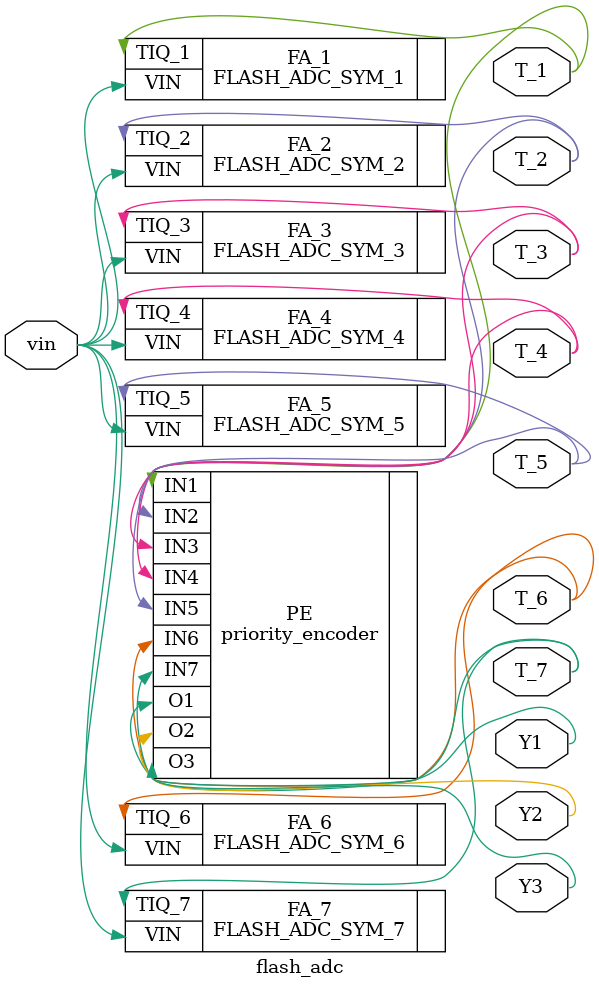
<source format=v>
module flash_adc
(
	input vin, output T_1, T_2, T_3, T_4, T_5, T_6, T_7, Y1, Y2, Y3
	);
	
	//wire a,b,c,d,e,f,g;
	//Instantiating TIQ comparators
	
	FLASH_ADC_SYM_1 FA_1(
		.VIN(vin),
		.TIQ_1(T_1)
	);
	
	FLASH_ADC_SYM_2 FA_2(
		.VIN(vin),
		.TIQ_2(T_2)
	);
	
	FLASH_ADC_SYM_3 FA_3(
		.VIN(vin),
		.TIQ_3(T_3)
	);
	
	FLASH_ADC_SYM_4 FA_4(
		.VIN(vin),
		.TIQ_4(T_4)
	);
	
	FLASH_ADC_SYM_5 FA_5(
		.VIN(vin),
		.TIQ_5(T_5)
	);
	
	FLASH_ADC_SYM_6 FA_6(
		.VIN(vin),
		.TIQ_6(T_6)
	);
	
	FLASH_ADC_SYM_7 FA_7(
		.VIN(vin),
		.TIQ_7(T_7)
	);
	
	priority_encoder PE(
	.IN1(T_1),
	.IN2(T_2),
	.IN3(T_3),
	.IN4(T_4),
	.IN5(T_5),
	.IN6(T_6),
	.IN7(T_7),
	.O3(Y3),
	.O2(Y2),
	.O1(Y1)
	);

endmodule

</source>
